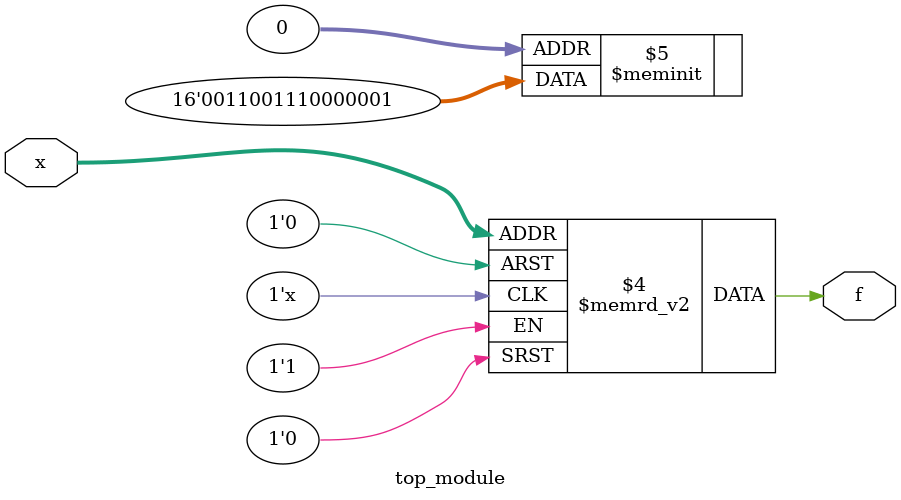
<source format=sv>
module top_module (
	input [4:1] x,
	output logic f
);

always_comb begin
	case (x)
		4'b0000: f = 1;
		4'b0001: f = 0;
		4'b0010: f = 0;
		4'b0011: f = 0;
		4'b0100: f = 0;
		4'b0101: f = 0;
		4'b0110: f = 0;
		4'b0111: f = 1;
		4'b1000: f = 1;
		4'b1001: f = 1;
		4'b1010: f = 0;
		4'b1011: f = 0;
		4'b1100: f = 1;
		4'b1101: f = 1;
		4'b1110: f = 0;
		4'b1111: f = 0;
		default: f = 0;
	endcase
end

endmodule

</source>
